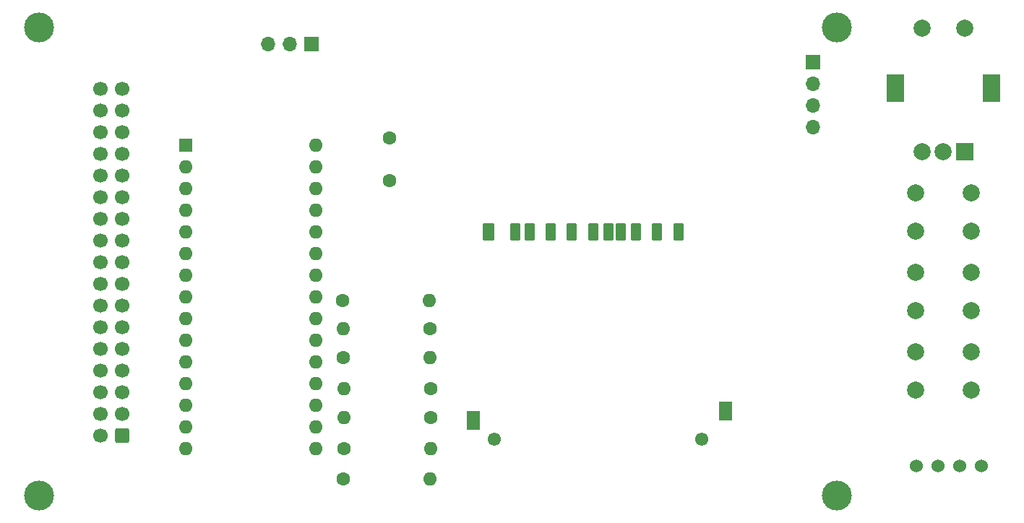
<source format=gbr>
%TF.GenerationSoftware,KiCad,Pcbnew,7.0.1*%
%TF.CreationDate,2024-03-20T11:01:38+03:00*%
%TF.ProjectId,delta_flop_arduino,64656c74-615f-4666-9c6f-705f61726475,rev?*%
%TF.SameCoordinates,Original*%
%TF.FileFunction,Soldermask,Top*%
%TF.FilePolarity,Negative*%
%FSLAX46Y46*%
G04 Gerber Fmt 4.6, Leading zero omitted, Abs format (unit mm)*
G04 Created by KiCad (PCBNEW 7.0.1) date 2024-03-20 11:01:38*
%MOMM*%
%LPD*%
G01*
G04 APERTURE LIST*
G04 Aperture macros list*
%AMRoundRect*
0 Rectangle with rounded corners*
0 $1 Rounding radius*
0 $2 $3 $4 $5 $6 $7 $8 $9 X,Y pos of 4 corners*
0 Add a 4 corners polygon primitive as box body*
4,1,4,$2,$3,$4,$5,$6,$7,$8,$9,$2,$3,0*
0 Add four circle primitives for the rounded corners*
1,1,$1+$1,$2,$3*
1,1,$1+$1,$4,$5*
1,1,$1+$1,$6,$7*
1,1,$1+$1,$8,$9*
0 Add four rect primitives between the rounded corners*
20,1,$1+$1,$2,$3,$4,$5,0*
20,1,$1+$1,$4,$5,$6,$7,0*
20,1,$1+$1,$6,$7,$8,$9,0*
20,1,$1+$1,$8,$9,$2,$3,0*%
G04 Aperture macros list end*
%ADD10C,1.524000*%
%ADD11C,1.600000*%
%ADD12O,1.600000X1.600000*%
%ADD13C,3.500000*%
%ADD14R,1.700000X1.700000*%
%ADD15O,1.700000X1.700000*%
%ADD16C,1.550000*%
%ADD17RoundRect,0.101600X-0.450000X0.900000X-0.450000X-0.900000X0.450000X-0.900000X0.450000X0.900000X0*%
%ADD18RoundRect,0.101600X-0.550000X0.900000X-0.550000X-0.900000X0.550000X-0.900000X0.550000X0.900000X0*%
%ADD19RoundRect,0.101600X-0.700000X1.000000X-0.700000X-1.000000X0.700000X-1.000000X0.700000X1.000000X0*%
%ADD20R,1.600000X1.600000*%
%ADD21RoundRect,0.250000X0.600000X0.600000X-0.600000X0.600000X-0.600000X-0.600000X0.600000X-0.600000X0*%
%ADD22C,1.700000*%
%ADD23R,2.000000X2.000000*%
%ADD24C,2.000000*%
%ADD25R,2.000000X3.200000*%
G04 APERTURE END LIST*
D10*
%TO.C,J3*%
X208520000Y-155500000D03*
X211060000Y-155500000D03*
X213600000Y-155500000D03*
X216140000Y-155500000D03*
%TD*%
D11*
%TO.C,R6*%
X151660000Y-146400000D03*
D12*
X141500000Y-146400000D03*
%TD*%
D13*
%TO.C,H1*%
X105776400Y-104049200D03*
%TD*%
%TO.C,H4*%
X199176000Y-158942400D03*
%TD*%
D14*
%TO.C,J1*%
X196392800Y-108112400D03*
D15*
X196392800Y-110652400D03*
X196392800Y-113192400D03*
X196392800Y-115732400D03*
%TD*%
D11*
%TO.C,R1*%
X141420000Y-157000000D03*
D12*
X151580000Y-157000000D03*
%TD*%
D11*
%TO.C,R3*%
X141500000Y-153400000D03*
D12*
X151660000Y-153400000D03*
%TD*%
D11*
%TO.C,R7*%
X141340000Y-136100000D03*
D12*
X151500000Y-136100000D03*
%TD*%
D13*
%TO.C,H2*%
X199176000Y-104049200D03*
%TD*%
D11*
%TO.C,R4*%
X151660000Y-149800000D03*
D12*
X141500000Y-149800000D03*
%TD*%
D13*
%TO.C,H3*%
X105776400Y-158942400D03*
%TD*%
D16*
%TO.C,J2*%
X183340000Y-152300000D03*
X159080000Y-152300000D03*
D17*
X178170000Y-128000000D03*
X175670000Y-128000000D03*
X173920000Y-128000000D03*
X170670000Y-128000000D03*
X168170000Y-128000000D03*
X165670000Y-128000000D03*
X163250000Y-128000000D03*
X161550000Y-128000000D03*
X180670000Y-128000000D03*
X172420000Y-128000000D03*
D18*
X158400000Y-128000000D03*
D19*
X186150000Y-149000000D03*
X156650000Y-150150000D03*
%TD*%
D20*
%TO.C,U1*%
X122960000Y-117840000D03*
D12*
X122960000Y-120380000D03*
X122960000Y-122920000D03*
X122960000Y-125460000D03*
X122960000Y-128000000D03*
X122960000Y-130540000D03*
X122960000Y-133080000D03*
X122960000Y-135620000D03*
X122960000Y-138160000D03*
X122960000Y-140700000D03*
X122960000Y-143240000D03*
X122960000Y-145780000D03*
X122960000Y-148320000D03*
X122960000Y-150860000D03*
X122960000Y-153400000D03*
X138200000Y-153400000D03*
X138200000Y-150860000D03*
X138200000Y-148320000D03*
X138200000Y-145780000D03*
X138200000Y-143240000D03*
X138200000Y-140700000D03*
X138200000Y-138160000D03*
X138200000Y-135620000D03*
X138200000Y-133080000D03*
X138200000Y-130540000D03*
X138200000Y-128000000D03*
X138200000Y-125460000D03*
X138200000Y-122920000D03*
X138200000Y-120380000D03*
X138200000Y-117840000D03*
%TD*%
D11*
%TO.C,R5*%
X151560000Y-139400000D03*
D12*
X141400000Y-139400000D03*
%TD*%
D11*
%TO.C,C1*%
X146800000Y-122000000D03*
X146800000Y-117000000D03*
%TD*%
D14*
%TO.C,JP1*%
X137700000Y-106000000D03*
D15*
X135160000Y-106000000D03*
X132620000Y-106000000D03*
%TD*%
D21*
%TO.C,D1*%
X115468400Y-151892000D03*
D22*
X112928400Y-151892000D03*
X115468400Y-149352000D03*
X112928400Y-149352000D03*
X115468400Y-146812000D03*
X112928400Y-146812000D03*
X115468400Y-144272000D03*
X112928400Y-144272000D03*
X115468400Y-141732000D03*
X112928400Y-141732000D03*
X115468400Y-139192000D03*
X112928400Y-139192000D03*
X115468400Y-136652000D03*
X112928400Y-136652000D03*
X115468400Y-134112000D03*
X112928400Y-134112000D03*
X115468400Y-131572000D03*
X112928400Y-131572000D03*
X115468400Y-129032000D03*
X112928400Y-129032000D03*
X115468400Y-126492000D03*
X112928400Y-126492000D03*
X115468400Y-123952000D03*
X112928400Y-123952000D03*
X115468400Y-121412000D03*
X112928400Y-121412000D03*
X115468400Y-118872000D03*
X112928400Y-118872000D03*
X115468400Y-116332000D03*
X112928400Y-116332000D03*
X115468400Y-113792000D03*
X112928400Y-113792000D03*
X115468400Y-111252000D03*
X112928400Y-111252000D03*
%TD*%
D11*
%TO.C,R2*%
X141400000Y-142800000D03*
D12*
X151560000Y-142800000D03*
%TD*%
D23*
%TO.C,SW1*%
X214200000Y-118650000D03*
D24*
X209200000Y-118650000D03*
X211700000Y-118650000D03*
D25*
X206100000Y-111150000D03*
X217300000Y-111150000D03*
D24*
X209200000Y-104150000D03*
X214200000Y-104150000D03*
%TD*%
%TO.C,SW2*%
X214950000Y-123462800D03*
X208450000Y-123462800D03*
X214950000Y-127962800D03*
X208450000Y-127962800D03*
%TD*%
%TO.C,SW3*%
X214950000Y-132775600D03*
X208450000Y-132775600D03*
X214950000Y-137275600D03*
X208450000Y-137275600D03*
%TD*%
%TO.C,SW4*%
X214950000Y-142088400D03*
X208450000Y-142088400D03*
X214950000Y-146588400D03*
X208450000Y-146588400D03*
%TD*%
M02*

</source>
